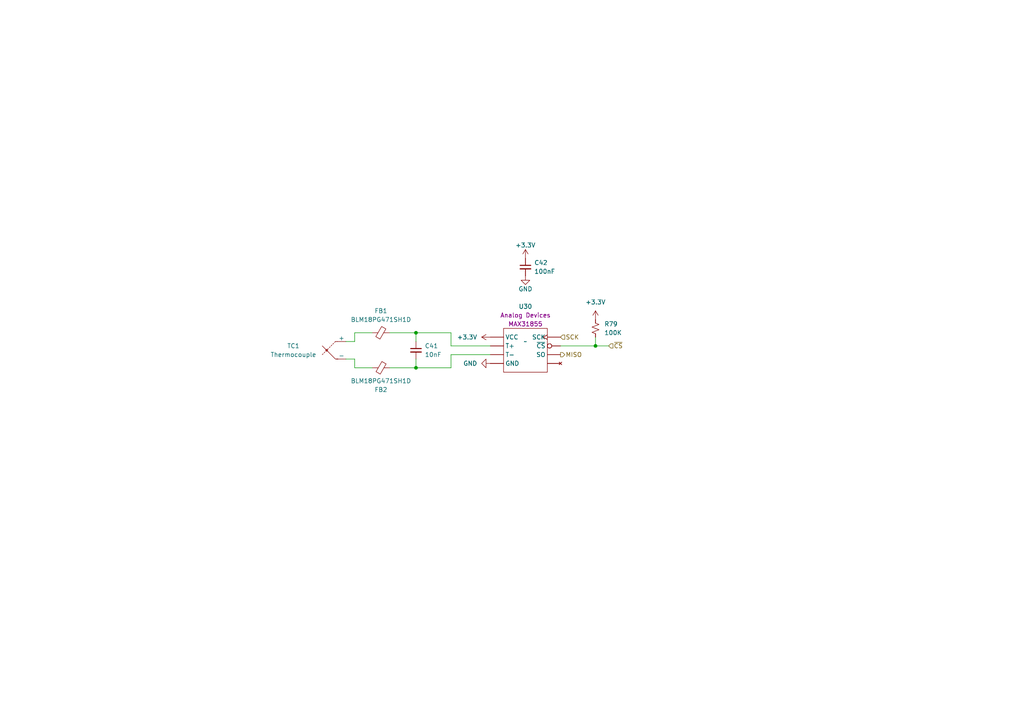
<source format=kicad_sch>
(kicad_sch (version 20231120) (generator "eeschema") (generator_version "8.0")
  (paper "A4")
  (lib_symbols
    (symbol "Device:C_Small" (pin_numbers hide) (pin_names (offset 0.254) hide)
      (property "Reference" "C" (at 0.254 1.778 0))
      (property "Value" "C_Small" (at 0.254 -2.032 0))
      (symbol "C_Small_0_1"
        (polyline (pts (xy -1.524 -0.508) (xy 1.524 -0.508)) (stroke (width 0.3302)))
        (polyline (pts (xy -1.524 0.508) (xy 1.524 0.508)) (stroke (width 0.3048)))
      )
      (symbol "C_Small_1_1"
        (pin passive line (at 0 2.54 270) (length 2.032) (name "~") (number "1"))
        (pin passive line (at 0 -2.54 90) (length 2.032) (name "~") (number "2"))
      )
    )
    (symbol "Device:FerriteBead_Small" (pin_numbers hide) (pin_names (offset 0))
      (property "Reference" "FB" (at 1.905 1.27 0))
      (property "Value" "FerriteBead_Small" (at 1.905 -1.27 0))
      (symbol "FerriteBead_Small_0_1"
        (polyline (pts (xy 0 -1.27) (xy 0 -0.7874)))
        (polyline (pts (xy 0 0.889) (xy 0 1.2954)))
        (polyline (pts (xy -1.8288 0.2794) (xy -1.1176 1.4986) (xy 1.8288 -0.2032) (xy 1.1176 -1.4224) (xy -1.8288 0.2794)))
      )
      (symbol "FerriteBead_Small_1_1"
        (pin passive line (at 0 2.54 270) (length 1.27) (name "~") (number "1"))
        (pin passive line (at 0 -2.54 90) (length 1.27) (name "~") (number "2"))
      )
    )
    (symbol "Device:R_Small_US" (pin_numbers hide) (pin_names (offset 0.254) hide)
      (property "Reference" "R" (at 0.762 0.508 0))
      (property "Value" "R_Small_US" (at 0.762 -1.016 0))
      (symbol "R_Small_US_1_1"
        (polyline (pts (xy 0 0) (xy 1.016 -0.381) (xy 0 -0.762) (xy -1.016 -1.143) (xy 0 -1.524)))
        (polyline (pts (xy 0 1.524) (xy 1.016 1.143) (xy 0 0.762) (xy -1.016 0.381) (xy 0 0)))
        (pin passive line (at 0 2.54 270) (length 1.016) (name "~") (number "1"))
        (pin passive line (at 0 -2.54 90) (length 1.016) (name "~") (number "2"))
      )
    )
    (symbol "Device:Thermocouple" (pin_numbers hide) (pin_names (offset 0))
      (property "Reference" "TC" (at -3.048 3.81 0))
      (property "Value" "Thermocouple" (at -5.08 -4.064 0))
      (symbol "Thermocouple_0_1"
        (circle (center -3.048 0) (radius 0.254) (fill (type outline)))
        (polyline (pts (xy -4.064 -1.016) (xy -4.318 -1.27)))
        (polyline (pts (xy -3.556 -0.508) (xy -3.81 -0.762)))
        (polyline (pts (xy -3.048 0) (xy -3.302 -0.254)))
        (polyline (pts (xy -2.54 0.508) (xy -2.794 0.254)))
        (polyline (pts (xy -2.032 1.016) (xy -2.286 0.762)))
        (polyline (pts (xy -1.524 1.524) (xy -1.778 1.27)))
        (polyline (pts (xy -1.016 2.032) (xy -1.27 1.778)))
        (polyline (pts (xy -0.508 2.54) (xy -0.762 2.286)))
        (polyline (pts (xy 0 -2.54) (xy -0.254 -2.54)))
        (polyline (pts (xy 0 2.54) (xy -0.508 2.54)))
        (polyline (pts (xy 0.254 -2.54) (xy -0.508 -2.54) (xy -4.318 1.27)))
      )
      (symbol "Thermocouple_1_1"
        (pin passive line (at 2.54 2.54 180) (length 2.54) (name "+") (number "1"))
        (pin passive line (at 2.54 -2.54 180) (length 2.54) (name "-") (number "2"))
      )
    )
    (symbol "UCIRP-KiCAD-Lib:MAX31855" (pin_numbers hide)
      (property "Reference" "U" (at 0 7.62 0))
      (property "Manufacturer" "Analog Devices" (at 0 0 0))
      (property "Part #" "MAX31855" (at 0 0 0))
      (symbol "MAX31855_0_1"
        (rectangle (start -6.35 6.35) (end 6.35 -6.35))
      )
      (symbol "MAX31855_1_1"
        (pin power_in line (at -10.16 3.81 0) (length 3.81) (name "GND") (number "1"))
        (pin input line (at -10.16 1.27 0) (length 3.81) (name "T-") (number "2"))
        (pin input line (at -10.16 -1.27 0) (length 3.81) (name "T+") (number "3"))
        (pin power_in line (at -10.16 -3.81 0) (length 3.81) (name "VCC") (number "4"))
        (pin input clock (at 10.16 -3.81 180) (length 3.81) (name "SCK") (number "5"))
        (pin input inverted (at 10.16 -1.27 180) (length 3.81) (name "~{CS}") (number "6"))
        (pin output line (at 10.16 1.27 180) (length 3.81) (name "SO") (number "7"))
        (pin no_connect line (at 10.16 3.81 180) (length 3.81) (name "") (number "8"))
      )
    )
    (symbol "power:+3.3V" (power) (pin_names (offset 0))
      (property "Value" "+3.3V" (at 0 3.556 0))
      (symbol "+3.3V_0_1"
        (polyline (pts (xy -0.762 1.27) (xy 0 2.54)))
        (polyline (pts (xy 0 0) (xy 0 2.54)))
        (polyline (pts (xy 0 2.54) (xy 0.762 1.27)))
      )
      (symbol "+3.3V_1_1"
        (pin power_in line (at 0 0 90) (length 0) hide (name "+3.3V") (number "1"))
      )
    )
    (symbol "power:GND" (power) (pin_names (offset 0))
      (property "Value" "GND" (at 0 -3.81 0))
      (symbol "GND_0_1"
        (polyline (pts (xy 0 0) (xy 0 -1.27) (xy 1.27 -1.27) (xy 0 -2.54) (xy -1.27 -1.27) (xy 0 -1.27)))
      )
      (symbol "GND_1_1"
        (pin power_in line (at 0 0 270) (length 0) hide (name "GND") (number "1"))
      )
    )
  )
  (junction (at 120.65 106.68))
  (junction (at 120.65 96.52))
  (junction (at 172.72 100.33))
  (wire (pts (xy 107.95 96.52) (xy 102.87 96.52)))
  (wire (pts (xy 130.81 96.52) (xy 130.81 100.33)))
  (wire (pts (xy 172.72 100.33) (xy 162.56 100.33)))
  (wire (pts (xy 100.33 104.14) (xy 102.87 104.14)))
  (wire (pts (xy 113.03 106.68) (xy 120.65 106.68)))
  (wire (pts (xy 120.65 106.68) (xy 130.81 106.68)))
  (wire (pts (xy 102.87 104.14) (xy 102.87 106.68)))
  (wire (pts (xy 102.87 99.06) (xy 100.33 99.06)))
  (wire (pts (xy 120.65 96.52) (xy 120.65 99.06)))
  (wire (pts (xy 102.87 96.52) (xy 102.87 99.06)))
  (wire (pts (xy 130.81 102.87) (xy 130.81 106.68)))
  (wire (pts (xy 172.72 97.79) (xy 172.72 100.33)))
  (wire (pts (xy 142.24 100.33) (xy 130.81 100.33)))
  (wire (pts (xy 130.81 96.52) (xy 120.65 96.52)))
  (wire (pts (xy 176.53 100.33) (xy 172.72 100.33)))
  (wire (pts (xy 102.87 106.68) (xy 107.95 106.68)))
  (wire (pts (xy 142.24 102.87) (xy 130.81 102.87)))
  (wire (pts (xy 120.65 104.14) (xy 120.65 106.68)))
  (wire (pts (xy 120.65 96.52) (xy 113.03 96.52)))
  (hierarchical_label "MISO" (shape output) (at 162.56 102.87 0))
  (hierarchical_label "SCK" (shape input) (at 162.56 97.79 0))
  (hierarchical_label "~{CS}" (shape input) (at 176.53 100.33 0))
  (symbol (lib_id "Device:FerriteBead_Small") (at 110.49 96.52 90) (unit 1)
    (property "Reference" "FB1" (at 110.49 90.17 90))
    (property "Value" "BLM18PG471SH1D" (at 110.49 92.71 90))
    (property "Footprint" "Inductor_SMD:L_0603_1608Metric" (effects (hide yes)))
    (property "Datasheet" "https://www.murata.com/en-us/products/productdata/8796737273886/QNFA9101.pdf" (effects (hide yes)))
    (property "Manufacturer" "Murata" (effects (hide yes)))
    (property "Part #" "BLM18PG471SH1D" (effects (hide yes)))
    (instances (project "rocket2-ecu" (path "" (reference "FB1") (unit 1)) (path "" (reference "FB3") (unit 1))))
  )
  (symbol (lib_id "Device:FerriteBead_Small") (at 110.49 106.68 270) (unit 1)
    (property "Reference" "FB2" (at 110.49 113.03 90))
    (property "Value" "BLM18PG471SH1D" (at 110.49 110.49 90))
    (property "Footprint" "Inductor_SMD:L_0603_1608Metric" (effects (hide yes)))
    (property "Datasheet" "https://www.murata.com/en-us/products/productdata/8796737273886/QNFA9101.pdf" (effects (hide yes)))
    (property "Manufacturer" "Murata" (effects (hide yes)))
    (property "Part #" "BLM18PG471SH1D" (effects (hide yes)))
    (instances (project "rocket2-ecu" (path "" (reference "FB2") (unit 1)) (path "" (reference "FB4") (unit 1))))
  )
  (symbol (lib_id "UCIRP-KiCAD-Lib:MAX31855") (at 152.4 101.6 0) (mirror x) (unit 1)
    (property "Reference" "U30" (at 152.4 88.9 0))
    (property "Value" "~" (at 152.4 99.06 0))
    (property "Footprint" "Package_SO:SOIC-8_3.9x4.9mm_P1.27mm" (effects (hide yes)))
    (property "Datasheet" "https://www.analog.com/media/en/technical-documentation/data-sheets/MAX31855.pdf" (effects (hide yes)))
    (property "Manufacturer" "Analog Devices" (at 152.4 91.44 0))
    (property "Part #" "MAX31855" (at 152.4 93.98 0))
    (instances (project "rocket2-ecu" (path "" (reference "U30") (unit 1)) (path "" (reference "U49") (unit 1))))
  )
  (symbol (lib_id "power:+3.3V") (at 152.4 74.93 0) (unit 1)
    (property "Reference" "#PWR0119" (effects (hide yes)))
    (property "Value" "+3.3V" (at 152.4 71.12 0))
    (instances (project "rocket2-ecu" (path "" (reference "#PWR0119") (unit 1)) (path "" (reference "#PWR0330") (unit 1))))
  )
  (symbol (lib_id "power:+3.3V") (at 172.72 92.71 0) (unit 1)
    (property "Reference" "#PWR0121" (effects (hide yes)))
    (property "Value" "+3.3V" (at 172.72 87.63 0))
    (property "Description" "Power symbol creates a global label with name \"+3.3V\"" (effects (hide yes)))
    (instances (project "rocket2-ecu" (path "" (reference "#PWR0121") (unit 1)) (path "" (reference "#PWR0332") (unit 1))))
  )
  (symbol (lib_id "power:GND") (at 142.24 105.41 270) (unit 1)
    (property "Reference" "#PWR0118" (effects (hide yes)))
    (property "Value" "GND" (at 138.43 105.41 90) (effects (justify right)))
    (instances (project "rocket2-ecu" (path "" (reference "#PWR0118") (unit 1)) (path "" (reference "#PWR0329") (unit 1))))
  )
  (symbol (lib_id "Device:Thermocouple") (at 97.79 101.6 0) (unit 1)
    (property "Reference" "TC1" (at 85.09 100.33 0))
    (property "Value" "Thermocouple" (at 85.09 102.87 0))
    (property "Footprint" "0UCIRP-KiCAD-Lib:AM-K-PCB" (effects (hide yes)))
    (property "Manufacturer" "Labfacility" (effects (hide yes)))
    (property "Part #" "AM-K-PCB" (effects (hide yes)))
    (instances (project "rocket2-ecu" (path "" (reference "TC1") (unit 1)) (path "" (reference "TC2") (unit 1))))
  )
  (symbol (lib_id "Device:C_Small") (at 152.4 77.47 0) (unit 1)
    (property "Reference" "C42" (at 154.94 76.2 0) (effects (justify left)))
    (property "Value" "100nF" (at 154.94 78.74 0) (effects (justify left)))
    (property "Footprint" "Capacitor_SMD:C_0402_1005Metric" (effects (hide yes)))
    (property "Manufacturer" "Generic" (effects (hide yes)))
    (property "Part #" "Generic 100nF 6.3V X7R 0402 MLCC" (effects (hide yes)))
    (instances (project "rocket2-ecu" (path "" (reference "C42") (unit 1)) (path "" (reference "C100") (unit 1))))
  )
  (symbol (lib_id "power:+3.3V") (at 142.24 97.79 90) (unit 1)
    (property "Reference" "#PWR0117" (effects (hide yes)))
    (property "Value" "+3.3V" (at 138.43 97.79 90) (effects (justify left)))
    (instances (project "rocket2-ecu" (path "" (reference "#PWR0117") (unit 1)) (path "" (reference "#PWR0328") (unit 1))))
  )
  (symbol (lib_id "Device:R_Small_US") (at 172.72 95.25 0) (unit 1)
    (property "Reference" "R79" (at 175.26 93.98 0) (effects (justify left)))
    (property "Value" "100K" (at 175.26 96.52 0) (effects (justify left)))
    (property "Footprint" "Resistor_SMD:R_0402_1005Metric" (effects (hide yes)))
    (property "Manufacturer" "Generic" (effects (hide yes)))
    (property "Part #" "Generic 100K 5% 0402 Resistor" (effects (hide yes)))
    (instances (project "rocket2-ecu" (path "" (reference "R79") (unit 1)) (path "" (reference "R124") (unit 1))))
  )
  (symbol (lib_id "Device:C_Small") (at 120.65 101.6 0) (unit 1)
    (property "Reference" "C41" (at 123.19 100.33 0) (effects (justify left)))
    (property "Value" "10nF" (at 123.19 102.87 0) (effects (justify left)))
    (property "Footprint" "Capacitor_SMD:C_0402_1005Metric" (effects (hide yes)))
    (property "Manufacturer" "Generic" (effects (hide yes)))
    (property "Part #" "Generic 10nF 6.3V X7R 0402 MLCC" (effects (hide yes)))
    (instances (project "rocket2-ecu" (path "" (reference "C41") (unit 1)) (path "" (reference "C99") (unit 1))))
  )
  (symbol (lib_id "power:GND") (at 152.4 80.01 0) (unit 1)
    (property "Reference" "#PWR0120" (effects (hide yes)))
    (property "Value" "GND" (at 152.4 83.82 0))
    (instances (project "rocket2-ecu" (path "" (reference "#PWR0120") (unit 1)) (path "" (reference "#PWR0331") (unit 1))))
  )
)
</source>
